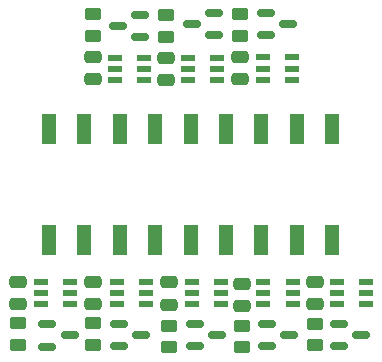
<source format=gbr>
%TF.GenerationSoftware,KiCad,Pcbnew,(6.0.0)*%
%TF.CreationDate,2022-03-28T21:02:23+02:00*%
%TF.ProjectId,BMS,424d532e-6b69-4636-9164-5f7063625858,rev?*%
%TF.SameCoordinates,Original*%
%TF.FileFunction,Paste,Top*%
%TF.FilePolarity,Positive*%
%FSLAX46Y46*%
G04 Gerber Fmt 4.6, Leading zero omitted, Abs format (unit mm)*
G04 Created by KiCad (PCBNEW (6.0.0)) date 2022-03-28 21:02:23*
%MOMM*%
%LPD*%
G01*
G04 APERTURE LIST*
G04 Aperture macros list*
%AMRoundRect*
0 Rectangle with rounded corners*
0 $1 Rounding radius*
0 $2 $3 $4 $5 $6 $7 $8 $9 X,Y pos of 4 corners*
0 Add a 4 corners polygon primitive as box body*
4,1,4,$2,$3,$4,$5,$6,$7,$8,$9,$2,$3,0*
0 Add four circle primitives for the rounded corners*
1,1,$1+$1,$2,$3*
1,1,$1+$1,$4,$5*
1,1,$1+$1,$6,$7*
1,1,$1+$1,$8,$9*
0 Add four rect primitives between the rounded corners*
20,1,$1+$1,$2,$3,$4,$5,0*
20,1,$1+$1,$4,$5,$6,$7,0*
20,1,$1+$1,$6,$7,$8,$9,0*
20,1,$1+$1,$8,$9,$2,$3,0*%
G04 Aperture macros list end*
%ADD10RoundRect,0.250000X0.450000X-0.262500X0.450000X0.262500X-0.450000X0.262500X-0.450000X-0.262500X0*%
%ADD11RoundRect,0.250000X-0.450000X0.262500X-0.450000X-0.262500X0.450000X-0.262500X0.450000X0.262500X0*%
%ADD12RoundRect,0.150000X-0.587500X-0.150000X0.587500X-0.150000X0.587500X0.150000X-0.587500X0.150000X0*%
%ADD13RoundRect,0.150000X0.587500X0.150000X-0.587500X0.150000X-0.587500X-0.150000X0.587500X-0.150000X0*%
%ADD14R,1.270000X2.540000*%
%ADD15R,1.150000X0.600000*%
%ADD16RoundRect,0.250000X0.475000X-0.250000X0.475000X0.250000X-0.475000X0.250000X-0.475000X-0.250000X0*%
G04 APERTURE END LIST*
D10*
%TO.C,R8*%
X117200000Y-95425000D03*
X117200000Y-93600000D03*
%TD*%
%TO.C,R7*%
X111000000Y-95600000D03*
X111000000Y-93775000D03*
%TD*%
%TO.C,R6*%
X104800000Y-95600000D03*
X104800000Y-93775000D03*
%TD*%
%TO.C,R5*%
X98400000Y-95400000D03*
X98400000Y-93575000D03*
%TD*%
%TO.C,R4*%
X92000000Y-95400000D03*
X92000000Y-93575000D03*
%TD*%
D11*
%TO.C,R3*%
X110800000Y-67400000D03*
X110800000Y-69225000D03*
%TD*%
%TO.C,R2*%
X104600000Y-67487500D03*
X104600000Y-69312500D03*
%TD*%
%TO.C,R1*%
X98400000Y-67400000D03*
X98400000Y-69225000D03*
%TD*%
D12*
%TO.C,Q8*%
X119200000Y-93600000D03*
X119200000Y-95500000D03*
X121075000Y-94550000D03*
%TD*%
%TO.C,Q7*%
X113125000Y-93600000D03*
X113125000Y-95500000D03*
X115000000Y-94550000D03*
%TD*%
%TO.C,Q6*%
X107000000Y-93600000D03*
X107000000Y-95500000D03*
X108875000Y-94550000D03*
%TD*%
%TO.C,Q5*%
X100600000Y-93600000D03*
X100600000Y-95500000D03*
X102475000Y-94550000D03*
%TD*%
%TO.C,Q4*%
X94525000Y-93650000D03*
X94525000Y-95550000D03*
X96400000Y-94600000D03*
%TD*%
%TO.C,Q3*%
X113000000Y-67300000D03*
X113000000Y-69200000D03*
X114875000Y-68250000D03*
%TD*%
D13*
%TO.C,Q2*%
X108600000Y-69200000D03*
X108600000Y-67300000D03*
X106725000Y-68250000D03*
%TD*%
%TO.C,Q1*%
X102337500Y-69350000D03*
X102337500Y-67450000D03*
X100462500Y-68400000D03*
%TD*%
D14*
%TO.C,J1*%
X94640000Y-77100000D03*
X97640000Y-77100000D03*
X100640000Y-77100000D03*
X103640000Y-77100000D03*
X106640000Y-77100000D03*
X109640000Y-77100000D03*
X112640000Y-77100000D03*
X115640000Y-77100000D03*
X118640000Y-77100000D03*
X94640000Y-86500000D03*
X97640000Y-86500000D03*
X100640000Y-86500000D03*
X103640000Y-86500000D03*
X106640000Y-86500000D03*
X109640000Y-86500000D03*
X112640000Y-86500000D03*
X115640000Y-86500000D03*
X118640000Y-86500000D03*
%TD*%
D15*
%TO.C,IC8*%
X119000000Y-90050000D03*
X119000000Y-91000000D03*
X119000000Y-91950000D03*
X121500000Y-91950000D03*
X121500000Y-91000000D03*
X121500000Y-90050000D03*
%TD*%
%TO.C,IC7*%
X112800000Y-90050000D03*
X112800000Y-91000000D03*
X112800000Y-91950000D03*
X115300000Y-91950000D03*
X115300000Y-91000000D03*
X115300000Y-90050000D03*
%TD*%
%TO.C,IC6*%
X106750000Y-90050000D03*
X106750000Y-91000000D03*
X106750000Y-91950000D03*
X109250000Y-91950000D03*
X109250000Y-91000000D03*
X109250000Y-90050000D03*
%TD*%
%TO.C,IC5*%
X100400000Y-90050000D03*
X100400000Y-91000000D03*
X100400000Y-91950000D03*
X102900000Y-91950000D03*
X102900000Y-91000000D03*
X102900000Y-90050000D03*
%TD*%
%TO.C,IC4*%
X93950000Y-90050000D03*
X93950000Y-91000000D03*
X93950000Y-91950000D03*
X96450000Y-91950000D03*
X96450000Y-91000000D03*
X96450000Y-90050000D03*
%TD*%
%TO.C,IC3*%
X112750000Y-71050000D03*
X112750000Y-72000000D03*
X112750000Y-72950000D03*
X115250000Y-72950000D03*
X115250000Y-72000000D03*
X115250000Y-71050000D03*
%TD*%
%TO.C,IC2*%
X106400000Y-71100000D03*
X106400000Y-72050000D03*
X106400000Y-73000000D03*
X108900000Y-73000000D03*
X108900000Y-72050000D03*
X108900000Y-71100000D03*
%TD*%
%TO.C,IC1*%
X100200000Y-71100000D03*
X100200000Y-72050000D03*
X100200000Y-73000000D03*
X102700000Y-73000000D03*
X102700000Y-72050000D03*
X102700000Y-71100000D03*
%TD*%
D16*
%TO.C,C8*%
X117200000Y-91950000D03*
X117200000Y-90050000D03*
%TD*%
%TO.C,C7*%
X111000000Y-92100000D03*
X111000000Y-90200000D03*
%TD*%
%TO.C,C6*%
X104800000Y-92000000D03*
X104800000Y-90100000D03*
%TD*%
%TO.C,C5*%
X98400000Y-91950000D03*
X98400000Y-90050000D03*
%TD*%
%TO.C,C4*%
X92000000Y-91950000D03*
X92000000Y-90050000D03*
%TD*%
%TO.C,C3*%
X110800000Y-72900000D03*
X110800000Y-71000000D03*
%TD*%
%TO.C,C2*%
X104600000Y-73000000D03*
X104600000Y-71100000D03*
%TD*%
%TO.C,C1*%
X98400000Y-72900000D03*
X98400000Y-71000000D03*
%TD*%
M02*

</source>
